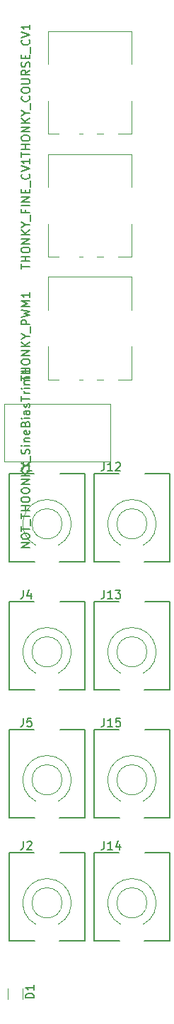
<source format=gbr>
%TF.GenerationSoftware,KiCad,Pcbnew,7.0.2*%
%TF.CreationDate,2023-06-26T14:18:18-04:00*%
%TF.ProjectId,as3340_no_mux,61733333-3430-45f6-9e6f-5f6d75782e6b,rev?*%
%TF.SameCoordinates,Original*%
%TF.FileFunction,Legend,Top*%
%TF.FilePolarity,Positive*%
%FSLAX46Y46*%
G04 Gerber Fmt 4.6, Leading zero omitted, Abs format (unit mm)*
G04 Created by KiCad (PCBNEW 7.0.2) date 2023-06-26 14:18:18*
%MOMM*%
%LPD*%
G01*
G04 APERTURE LIST*
%ADD10C,0.150000*%
%ADD11C,0.200000*%
%ADD12C,0.120000*%
%ADD13C,0.100000*%
G04 APERTURE END LIST*
D10*
%TO.C,J15*%
X189730476Y-112472619D02*
X189730476Y-113186904D01*
X189730476Y-113186904D02*
X189682857Y-113329761D01*
X189682857Y-113329761D02*
X189587619Y-113425000D01*
X189587619Y-113425000D02*
X189444762Y-113472619D01*
X189444762Y-113472619D02*
X189349524Y-113472619D01*
X190730476Y-113472619D02*
X190159048Y-113472619D01*
X190444762Y-113472619D02*
X190444762Y-112472619D01*
X190444762Y-112472619D02*
X190349524Y-112615476D01*
X190349524Y-112615476D02*
X190254286Y-112710714D01*
X190254286Y-112710714D02*
X190159048Y-112758333D01*
X191635238Y-112472619D02*
X191159048Y-112472619D01*
X191159048Y-112472619D02*
X191111429Y-112948809D01*
X191111429Y-112948809D02*
X191159048Y-112901190D01*
X191159048Y-112901190D02*
X191254286Y-112853571D01*
X191254286Y-112853571D02*
X191492381Y-112853571D01*
X191492381Y-112853571D02*
X191587619Y-112901190D01*
X191587619Y-112901190D02*
X191635238Y-112948809D01*
X191635238Y-112948809D02*
X191682857Y-113044047D01*
X191682857Y-113044047D02*
X191682857Y-113282142D01*
X191682857Y-113282142D02*
X191635238Y-113377380D01*
X191635238Y-113377380D02*
X191587619Y-113425000D01*
X191587619Y-113425000D02*
X191492381Y-113472619D01*
X191492381Y-113472619D02*
X191254286Y-113472619D01*
X191254286Y-113472619D02*
X191159048Y-113425000D01*
X191159048Y-113425000D02*
X191111429Y-113377380D01*
%TO.C,J1*%
X180046666Y-81992619D02*
X180046666Y-82706904D01*
X180046666Y-82706904D02*
X179999047Y-82849761D01*
X179999047Y-82849761D02*
X179903809Y-82945000D01*
X179903809Y-82945000D02*
X179760952Y-82992619D01*
X179760952Y-82992619D02*
X179665714Y-82992619D01*
X181046666Y-82992619D02*
X180475238Y-82992619D01*
X180760952Y-82992619D02*
X180760952Y-81992619D01*
X180760952Y-81992619D02*
X180665714Y-82135476D01*
X180665714Y-82135476D02*
X180570476Y-82230714D01*
X180570476Y-82230714D02*
X180475238Y-82278333D01*
%TO.C,J5*%
X180046666Y-112472619D02*
X180046666Y-113186904D01*
X180046666Y-113186904D02*
X179999047Y-113329761D01*
X179999047Y-113329761D02*
X179903809Y-113425000D01*
X179903809Y-113425000D02*
X179760952Y-113472619D01*
X179760952Y-113472619D02*
X179665714Y-113472619D01*
X180999047Y-112472619D02*
X180522857Y-112472619D01*
X180522857Y-112472619D02*
X180475238Y-112948809D01*
X180475238Y-112948809D02*
X180522857Y-112901190D01*
X180522857Y-112901190D02*
X180618095Y-112853571D01*
X180618095Y-112853571D02*
X180856190Y-112853571D01*
X180856190Y-112853571D02*
X180951428Y-112901190D01*
X180951428Y-112901190D02*
X180999047Y-112948809D01*
X180999047Y-112948809D02*
X181046666Y-113044047D01*
X181046666Y-113044047D02*
X181046666Y-113282142D01*
X181046666Y-113282142D02*
X180999047Y-113377380D01*
X180999047Y-113377380D02*
X180951428Y-113425000D01*
X180951428Y-113425000D02*
X180856190Y-113472619D01*
X180856190Y-113472619D02*
X180618095Y-113472619D01*
X180618095Y-113472619D02*
X180522857Y-113425000D01*
X180522857Y-113425000D02*
X180475238Y-113377380D01*
%TO.C,D1*%
X181310619Y-145772094D02*
X180310619Y-145772094D01*
X180310619Y-145772094D02*
X180310619Y-145533999D01*
X180310619Y-145533999D02*
X180358238Y-145391142D01*
X180358238Y-145391142D02*
X180453476Y-145295904D01*
X180453476Y-145295904D02*
X180548714Y-145248285D01*
X180548714Y-145248285D02*
X180739190Y-145200666D01*
X180739190Y-145200666D02*
X180882047Y-145200666D01*
X180882047Y-145200666D02*
X181072523Y-145248285D01*
X181072523Y-145248285D02*
X181167761Y-145295904D01*
X181167761Y-145295904D02*
X181263000Y-145391142D01*
X181263000Y-145391142D02*
X181310619Y-145533999D01*
X181310619Y-145533999D02*
X181310619Y-145772094D01*
X181310619Y-144248285D02*
X181310619Y-144819713D01*
X181310619Y-144533999D02*
X180310619Y-144533999D01*
X180310619Y-144533999D02*
X180453476Y-144629237D01*
X180453476Y-144629237D02*
X180548714Y-144724475D01*
X180548714Y-144724475D02*
X180596333Y-144819713D01*
%TO.C,J2*%
X180046666Y-127122619D02*
X180046666Y-127836904D01*
X180046666Y-127836904D02*
X179999047Y-127979761D01*
X179999047Y-127979761D02*
X179903809Y-128075000D01*
X179903809Y-128075000D02*
X179760952Y-128122619D01*
X179760952Y-128122619D02*
X179665714Y-128122619D01*
X180475238Y-127217857D02*
X180522857Y-127170238D01*
X180522857Y-127170238D02*
X180618095Y-127122619D01*
X180618095Y-127122619D02*
X180856190Y-127122619D01*
X180856190Y-127122619D02*
X180951428Y-127170238D01*
X180951428Y-127170238D02*
X180999047Y-127217857D01*
X180999047Y-127217857D02*
X181046666Y-127313095D01*
X181046666Y-127313095D02*
X181046666Y-127408333D01*
X181046666Y-127408333D02*
X180999047Y-127551190D01*
X180999047Y-127551190D02*
X180427619Y-128122619D01*
X180427619Y-128122619D02*
X181046666Y-128122619D01*
%TO.C,J12*%
X189730476Y-81992619D02*
X189730476Y-82706904D01*
X189730476Y-82706904D02*
X189682857Y-82849761D01*
X189682857Y-82849761D02*
X189587619Y-82945000D01*
X189587619Y-82945000D02*
X189444762Y-82992619D01*
X189444762Y-82992619D02*
X189349524Y-82992619D01*
X190730476Y-82992619D02*
X190159048Y-82992619D01*
X190444762Y-82992619D02*
X190444762Y-81992619D01*
X190444762Y-81992619D02*
X190349524Y-82135476D01*
X190349524Y-82135476D02*
X190254286Y-82230714D01*
X190254286Y-82230714D02*
X190159048Y-82278333D01*
X191111429Y-82087857D02*
X191159048Y-82040238D01*
X191159048Y-82040238D02*
X191254286Y-81992619D01*
X191254286Y-81992619D02*
X191492381Y-81992619D01*
X191492381Y-81992619D02*
X191587619Y-82040238D01*
X191587619Y-82040238D02*
X191635238Y-82087857D01*
X191635238Y-82087857D02*
X191682857Y-82183095D01*
X191682857Y-82183095D02*
X191682857Y-82278333D01*
X191682857Y-82278333D02*
X191635238Y-82421190D01*
X191635238Y-82421190D02*
X191063810Y-82992619D01*
X191063810Y-82992619D02*
X191682857Y-82992619D01*
%TO.C,THONKY_FINE_CV1*%
X179812619Y-58965237D02*
X179812619Y-58393809D01*
X180812619Y-58679523D02*
X179812619Y-58679523D01*
X180812619Y-58060475D02*
X179812619Y-58060475D01*
X180288809Y-58060475D02*
X180288809Y-57489047D01*
X180812619Y-57489047D02*
X179812619Y-57489047D01*
X179812619Y-56822380D02*
X179812619Y-56631904D01*
X179812619Y-56631904D02*
X179860238Y-56536666D01*
X179860238Y-56536666D02*
X179955476Y-56441428D01*
X179955476Y-56441428D02*
X180145952Y-56393809D01*
X180145952Y-56393809D02*
X180479285Y-56393809D01*
X180479285Y-56393809D02*
X180669761Y-56441428D01*
X180669761Y-56441428D02*
X180765000Y-56536666D01*
X180765000Y-56536666D02*
X180812619Y-56631904D01*
X180812619Y-56631904D02*
X180812619Y-56822380D01*
X180812619Y-56822380D02*
X180765000Y-56917618D01*
X180765000Y-56917618D02*
X180669761Y-57012856D01*
X180669761Y-57012856D02*
X180479285Y-57060475D01*
X180479285Y-57060475D02*
X180145952Y-57060475D01*
X180145952Y-57060475D02*
X179955476Y-57012856D01*
X179955476Y-57012856D02*
X179860238Y-56917618D01*
X179860238Y-56917618D02*
X179812619Y-56822380D01*
X180812619Y-55965237D02*
X179812619Y-55965237D01*
X179812619Y-55965237D02*
X180812619Y-55393809D01*
X180812619Y-55393809D02*
X179812619Y-55393809D01*
X180812619Y-54917618D02*
X179812619Y-54917618D01*
X180812619Y-54346190D02*
X180241190Y-54774761D01*
X179812619Y-54346190D02*
X180384047Y-54917618D01*
X180336428Y-53727142D02*
X180812619Y-53727142D01*
X179812619Y-54060475D02*
X180336428Y-53727142D01*
X180336428Y-53727142D02*
X179812619Y-53393809D01*
X180907857Y-53298571D02*
X180907857Y-52536666D01*
X180288809Y-51965237D02*
X180288809Y-52298570D01*
X180812619Y-52298570D02*
X179812619Y-52298570D01*
X179812619Y-52298570D02*
X179812619Y-51822380D01*
X180812619Y-51441427D02*
X179812619Y-51441427D01*
X180812619Y-50965237D02*
X179812619Y-50965237D01*
X179812619Y-50965237D02*
X180812619Y-50393809D01*
X180812619Y-50393809D02*
X179812619Y-50393809D01*
X180288809Y-49917618D02*
X180288809Y-49584285D01*
X180812619Y-49441428D02*
X180812619Y-49917618D01*
X180812619Y-49917618D02*
X179812619Y-49917618D01*
X179812619Y-49917618D02*
X179812619Y-49441428D01*
X180907857Y-49250952D02*
X180907857Y-48489047D01*
X180717380Y-47679523D02*
X180765000Y-47727142D01*
X180765000Y-47727142D02*
X180812619Y-47869999D01*
X180812619Y-47869999D02*
X180812619Y-47965237D01*
X180812619Y-47965237D02*
X180765000Y-48108094D01*
X180765000Y-48108094D02*
X180669761Y-48203332D01*
X180669761Y-48203332D02*
X180574523Y-48250951D01*
X180574523Y-48250951D02*
X180384047Y-48298570D01*
X180384047Y-48298570D02*
X180241190Y-48298570D01*
X180241190Y-48298570D02*
X180050714Y-48250951D01*
X180050714Y-48250951D02*
X179955476Y-48203332D01*
X179955476Y-48203332D02*
X179860238Y-48108094D01*
X179860238Y-48108094D02*
X179812619Y-47965237D01*
X179812619Y-47965237D02*
X179812619Y-47869999D01*
X179812619Y-47869999D02*
X179860238Y-47727142D01*
X179860238Y-47727142D02*
X179907857Y-47679523D01*
X179812619Y-47393808D02*
X180812619Y-47060475D01*
X180812619Y-47060475D02*
X179812619Y-46727142D01*
X180812619Y-45869999D02*
X180812619Y-46441427D01*
X180812619Y-46155713D02*
X179812619Y-46155713D01*
X179812619Y-46155713D02*
X179955476Y-46250951D01*
X179955476Y-46250951D02*
X180050714Y-46346189D01*
X180050714Y-46346189D02*
X180098333Y-46441427D01*
%TO.C,J13*%
X189730476Y-97232619D02*
X189730476Y-97946904D01*
X189730476Y-97946904D02*
X189682857Y-98089761D01*
X189682857Y-98089761D02*
X189587619Y-98185000D01*
X189587619Y-98185000D02*
X189444762Y-98232619D01*
X189444762Y-98232619D02*
X189349524Y-98232619D01*
X190730476Y-98232619D02*
X190159048Y-98232619D01*
X190444762Y-98232619D02*
X190444762Y-97232619D01*
X190444762Y-97232619D02*
X190349524Y-97375476D01*
X190349524Y-97375476D02*
X190254286Y-97470714D01*
X190254286Y-97470714D02*
X190159048Y-97518333D01*
X191063810Y-97232619D02*
X191682857Y-97232619D01*
X191682857Y-97232619D02*
X191349524Y-97613571D01*
X191349524Y-97613571D02*
X191492381Y-97613571D01*
X191492381Y-97613571D02*
X191587619Y-97661190D01*
X191587619Y-97661190D02*
X191635238Y-97708809D01*
X191635238Y-97708809D02*
X191682857Y-97804047D01*
X191682857Y-97804047D02*
X191682857Y-98042142D01*
X191682857Y-98042142D02*
X191635238Y-98137380D01*
X191635238Y-98137380D02*
X191587619Y-98185000D01*
X191587619Y-98185000D02*
X191492381Y-98232619D01*
X191492381Y-98232619D02*
X191206667Y-98232619D01*
X191206667Y-98232619D02*
X191111429Y-98185000D01*
X191111429Y-98185000D02*
X191063810Y-98137380D01*
%TO.C,J4*%
X180046666Y-97232619D02*
X180046666Y-97946904D01*
X180046666Y-97946904D02*
X179999047Y-98089761D01*
X179999047Y-98089761D02*
X179903809Y-98185000D01*
X179903809Y-98185000D02*
X179760952Y-98232619D01*
X179760952Y-98232619D02*
X179665714Y-98232619D01*
X180951428Y-97565952D02*
X180951428Y-98232619D01*
X180713333Y-97185000D02*
X180475238Y-97899285D01*
X180475238Y-97899285D02*
X181094285Y-97899285D01*
%TO.C,THONKY_COURSE_CV1*%
X179812619Y-45653571D02*
X179812619Y-45082143D01*
X180812619Y-45367857D02*
X179812619Y-45367857D01*
X180812619Y-44748809D02*
X179812619Y-44748809D01*
X180288809Y-44748809D02*
X180288809Y-44177381D01*
X180812619Y-44177381D02*
X179812619Y-44177381D01*
X179812619Y-43510714D02*
X179812619Y-43320238D01*
X179812619Y-43320238D02*
X179860238Y-43225000D01*
X179860238Y-43225000D02*
X179955476Y-43129762D01*
X179955476Y-43129762D02*
X180145952Y-43082143D01*
X180145952Y-43082143D02*
X180479285Y-43082143D01*
X180479285Y-43082143D02*
X180669761Y-43129762D01*
X180669761Y-43129762D02*
X180765000Y-43225000D01*
X180765000Y-43225000D02*
X180812619Y-43320238D01*
X180812619Y-43320238D02*
X180812619Y-43510714D01*
X180812619Y-43510714D02*
X180765000Y-43605952D01*
X180765000Y-43605952D02*
X180669761Y-43701190D01*
X180669761Y-43701190D02*
X180479285Y-43748809D01*
X180479285Y-43748809D02*
X180145952Y-43748809D01*
X180145952Y-43748809D02*
X179955476Y-43701190D01*
X179955476Y-43701190D02*
X179860238Y-43605952D01*
X179860238Y-43605952D02*
X179812619Y-43510714D01*
X180812619Y-42653571D02*
X179812619Y-42653571D01*
X179812619Y-42653571D02*
X180812619Y-42082143D01*
X180812619Y-42082143D02*
X179812619Y-42082143D01*
X180812619Y-41605952D02*
X179812619Y-41605952D01*
X180812619Y-41034524D02*
X180241190Y-41463095D01*
X179812619Y-41034524D02*
X180384047Y-41605952D01*
X180336428Y-40415476D02*
X180812619Y-40415476D01*
X179812619Y-40748809D02*
X180336428Y-40415476D01*
X180336428Y-40415476D02*
X179812619Y-40082143D01*
X180907857Y-39986905D02*
X180907857Y-39225000D01*
X180717380Y-38415476D02*
X180765000Y-38463095D01*
X180765000Y-38463095D02*
X180812619Y-38605952D01*
X180812619Y-38605952D02*
X180812619Y-38701190D01*
X180812619Y-38701190D02*
X180765000Y-38844047D01*
X180765000Y-38844047D02*
X180669761Y-38939285D01*
X180669761Y-38939285D02*
X180574523Y-38986904D01*
X180574523Y-38986904D02*
X180384047Y-39034523D01*
X180384047Y-39034523D02*
X180241190Y-39034523D01*
X180241190Y-39034523D02*
X180050714Y-38986904D01*
X180050714Y-38986904D02*
X179955476Y-38939285D01*
X179955476Y-38939285D02*
X179860238Y-38844047D01*
X179860238Y-38844047D02*
X179812619Y-38701190D01*
X179812619Y-38701190D02*
X179812619Y-38605952D01*
X179812619Y-38605952D02*
X179860238Y-38463095D01*
X179860238Y-38463095D02*
X179907857Y-38415476D01*
X179812619Y-37796428D02*
X179812619Y-37605952D01*
X179812619Y-37605952D02*
X179860238Y-37510714D01*
X179860238Y-37510714D02*
X179955476Y-37415476D01*
X179955476Y-37415476D02*
X180145952Y-37367857D01*
X180145952Y-37367857D02*
X180479285Y-37367857D01*
X180479285Y-37367857D02*
X180669761Y-37415476D01*
X180669761Y-37415476D02*
X180765000Y-37510714D01*
X180765000Y-37510714D02*
X180812619Y-37605952D01*
X180812619Y-37605952D02*
X180812619Y-37796428D01*
X180812619Y-37796428D02*
X180765000Y-37891666D01*
X180765000Y-37891666D02*
X180669761Y-37986904D01*
X180669761Y-37986904D02*
X180479285Y-38034523D01*
X180479285Y-38034523D02*
X180145952Y-38034523D01*
X180145952Y-38034523D02*
X179955476Y-37986904D01*
X179955476Y-37986904D02*
X179860238Y-37891666D01*
X179860238Y-37891666D02*
X179812619Y-37796428D01*
X179812619Y-36939285D02*
X180622142Y-36939285D01*
X180622142Y-36939285D02*
X180717380Y-36891666D01*
X180717380Y-36891666D02*
X180765000Y-36844047D01*
X180765000Y-36844047D02*
X180812619Y-36748809D01*
X180812619Y-36748809D02*
X180812619Y-36558333D01*
X180812619Y-36558333D02*
X180765000Y-36463095D01*
X180765000Y-36463095D02*
X180717380Y-36415476D01*
X180717380Y-36415476D02*
X180622142Y-36367857D01*
X180622142Y-36367857D02*
X179812619Y-36367857D01*
X180812619Y-35320238D02*
X180336428Y-35653571D01*
X180812619Y-35891666D02*
X179812619Y-35891666D01*
X179812619Y-35891666D02*
X179812619Y-35510714D01*
X179812619Y-35510714D02*
X179860238Y-35415476D01*
X179860238Y-35415476D02*
X179907857Y-35367857D01*
X179907857Y-35367857D02*
X180003095Y-35320238D01*
X180003095Y-35320238D02*
X180145952Y-35320238D01*
X180145952Y-35320238D02*
X180241190Y-35367857D01*
X180241190Y-35367857D02*
X180288809Y-35415476D01*
X180288809Y-35415476D02*
X180336428Y-35510714D01*
X180336428Y-35510714D02*
X180336428Y-35891666D01*
X180765000Y-34939285D02*
X180812619Y-34796428D01*
X180812619Y-34796428D02*
X180812619Y-34558333D01*
X180812619Y-34558333D02*
X180765000Y-34463095D01*
X180765000Y-34463095D02*
X180717380Y-34415476D01*
X180717380Y-34415476D02*
X180622142Y-34367857D01*
X180622142Y-34367857D02*
X180526904Y-34367857D01*
X180526904Y-34367857D02*
X180431666Y-34415476D01*
X180431666Y-34415476D02*
X180384047Y-34463095D01*
X180384047Y-34463095D02*
X180336428Y-34558333D01*
X180336428Y-34558333D02*
X180288809Y-34748809D01*
X180288809Y-34748809D02*
X180241190Y-34844047D01*
X180241190Y-34844047D02*
X180193571Y-34891666D01*
X180193571Y-34891666D02*
X180098333Y-34939285D01*
X180098333Y-34939285D02*
X180003095Y-34939285D01*
X180003095Y-34939285D02*
X179907857Y-34891666D01*
X179907857Y-34891666D02*
X179860238Y-34844047D01*
X179860238Y-34844047D02*
X179812619Y-34748809D01*
X179812619Y-34748809D02*
X179812619Y-34510714D01*
X179812619Y-34510714D02*
X179860238Y-34367857D01*
X180288809Y-33939285D02*
X180288809Y-33605952D01*
X180812619Y-33463095D02*
X180812619Y-33939285D01*
X180812619Y-33939285D02*
X179812619Y-33939285D01*
X179812619Y-33939285D02*
X179812619Y-33463095D01*
X180907857Y-33272619D02*
X180907857Y-32510714D01*
X180717380Y-31701190D02*
X180765000Y-31748809D01*
X180765000Y-31748809D02*
X180812619Y-31891666D01*
X180812619Y-31891666D02*
X180812619Y-31986904D01*
X180812619Y-31986904D02*
X180765000Y-32129761D01*
X180765000Y-32129761D02*
X180669761Y-32224999D01*
X180669761Y-32224999D02*
X180574523Y-32272618D01*
X180574523Y-32272618D02*
X180384047Y-32320237D01*
X180384047Y-32320237D02*
X180241190Y-32320237D01*
X180241190Y-32320237D02*
X180050714Y-32272618D01*
X180050714Y-32272618D02*
X179955476Y-32224999D01*
X179955476Y-32224999D02*
X179860238Y-32129761D01*
X179860238Y-32129761D02*
X179812619Y-31986904D01*
X179812619Y-31986904D02*
X179812619Y-31891666D01*
X179812619Y-31891666D02*
X179860238Y-31748809D01*
X179860238Y-31748809D02*
X179907857Y-31701190D01*
X179812619Y-31415475D02*
X180812619Y-31082142D01*
X180812619Y-31082142D02*
X179812619Y-30748809D01*
X180812619Y-29891666D02*
X180812619Y-30463094D01*
X180812619Y-30177380D02*
X179812619Y-30177380D01*
X179812619Y-30177380D02*
X179955476Y-30272618D01*
X179955476Y-30272618D02*
X180050714Y-30367856D01*
X180050714Y-30367856D02*
X180098333Y-30463094D01*
%TO.C,THONKY_PWM1*%
X179817619Y-72275713D02*
X179817619Y-71704285D01*
X180817619Y-71989999D02*
X179817619Y-71989999D01*
X180817619Y-71370951D02*
X179817619Y-71370951D01*
X180293809Y-71370951D02*
X180293809Y-70799523D01*
X180817619Y-70799523D02*
X179817619Y-70799523D01*
X179817619Y-70132856D02*
X179817619Y-69942380D01*
X179817619Y-69942380D02*
X179865238Y-69847142D01*
X179865238Y-69847142D02*
X179960476Y-69751904D01*
X179960476Y-69751904D02*
X180150952Y-69704285D01*
X180150952Y-69704285D02*
X180484285Y-69704285D01*
X180484285Y-69704285D02*
X180674761Y-69751904D01*
X180674761Y-69751904D02*
X180770000Y-69847142D01*
X180770000Y-69847142D02*
X180817619Y-69942380D01*
X180817619Y-69942380D02*
X180817619Y-70132856D01*
X180817619Y-70132856D02*
X180770000Y-70228094D01*
X180770000Y-70228094D02*
X180674761Y-70323332D01*
X180674761Y-70323332D02*
X180484285Y-70370951D01*
X180484285Y-70370951D02*
X180150952Y-70370951D01*
X180150952Y-70370951D02*
X179960476Y-70323332D01*
X179960476Y-70323332D02*
X179865238Y-70228094D01*
X179865238Y-70228094D02*
X179817619Y-70132856D01*
X180817619Y-69275713D02*
X179817619Y-69275713D01*
X179817619Y-69275713D02*
X180817619Y-68704285D01*
X180817619Y-68704285D02*
X179817619Y-68704285D01*
X180817619Y-68228094D02*
X179817619Y-68228094D01*
X180817619Y-67656666D02*
X180246190Y-68085237D01*
X179817619Y-67656666D02*
X180389047Y-68228094D01*
X180341428Y-67037618D02*
X180817619Y-67037618D01*
X179817619Y-67370951D02*
X180341428Y-67037618D01*
X180341428Y-67037618D02*
X179817619Y-66704285D01*
X180912857Y-66609047D02*
X180912857Y-65847142D01*
X180817619Y-65609046D02*
X179817619Y-65609046D01*
X179817619Y-65609046D02*
X179817619Y-65228094D01*
X179817619Y-65228094D02*
X179865238Y-65132856D01*
X179865238Y-65132856D02*
X179912857Y-65085237D01*
X179912857Y-65085237D02*
X180008095Y-65037618D01*
X180008095Y-65037618D02*
X180150952Y-65037618D01*
X180150952Y-65037618D02*
X180246190Y-65085237D01*
X180246190Y-65085237D02*
X180293809Y-65132856D01*
X180293809Y-65132856D02*
X180341428Y-65228094D01*
X180341428Y-65228094D02*
X180341428Y-65609046D01*
X179817619Y-64704284D02*
X180817619Y-64466189D01*
X180817619Y-64466189D02*
X180103333Y-64275713D01*
X180103333Y-64275713D02*
X180817619Y-64085237D01*
X180817619Y-64085237D02*
X179817619Y-63847142D01*
X180817619Y-63466189D02*
X179817619Y-63466189D01*
X179817619Y-63466189D02*
X180531904Y-63132856D01*
X180531904Y-63132856D02*
X179817619Y-62799523D01*
X179817619Y-62799523D02*
X180817619Y-62799523D01*
X180817619Y-61799523D02*
X180817619Y-62370951D01*
X180817619Y-62085237D02*
X179817619Y-62085237D01*
X179817619Y-62085237D02*
X179960476Y-62180475D01*
X179960476Y-62180475D02*
X180055714Y-62275713D01*
X180055714Y-62275713D02*
X180103333Y-62370951D01*
%TO.C,J14*%
X189730476Y-127122619D02*
X189730476Y-127836904D01*
X189730476Y-127836904D02*
X189682857Y-127979761D01*
X189682857Y-127979761D02*
X189587619Y-128075000D01*
X189587619Y-128075000D02*
X189444762Y-128122619D01*
X189444762Y-128122619D02*
X189349524Y-128122619D01*
X190730476Y-128122619D02*
X190159048Y-128122619D01*
X190444762Y-128122619D02*
X190444762Y-127122619D01*
X190444762Y-127122619D02*
X190349524Y-127265476D01*
X190349524Y-127265476D02*
X190254286Y-127360714D01*
X190254286Y-127360714D02*
X190159048Y-127408333D01*
X191587619Y-127455952D02*
X191587619Y-128122619D01*
X191349524Y-127075000D02*
X191111429Y-127789285D01*
X191111429Y-127789285D02*
X191730476Y-127789285D01*
%TO.C,NOT_THOONKY_SineBiasTrim1*%
X180802619Y-92153047D02*
X179802619Y-92153047D01*
X179802619Y-92153047D02*
X180802619Y-91581619D01*
X180802619Y-91581619D02*
X179802619Y-91581619D01*
X179802619Y-90914952D02*
X179802619Y-90724476D01*
X179802619Y-90724476D02*
X179850238Y-90629238D01*
X179850238Y-90629238D02*
X179945476Y-90534000D01*
X179945476Y-90534000D02*
X180135952Y-90486381D01*
X180135952Y-90486381D02*
X180469285Y-90486381D01*
X180469285Y-90486381D02*
X180659761Y-90534000D01*
X180659761Y-90534000D02*
X180755000Y-90629238D01*
X180755000Y-90629238D02*
X180802619Y-90724476D01*
X180802619Y-90724476D02*
X180802619Y-90914952D01*
X180802619Y-90914952D02*
X180755000Y-91010190D01*
X180755000Y-91010190D02*
X180659761Y-91105428D01*
X180659761Y-91105428D02*
X180469285Y-91153047D01*
X180469285Y-91153047D02*
X180135952Y-91153047D01*
X180135952Y-91153047D02*
X179945476Y-91105428D01*
X179945476Y-91105428D02*
X179850238Y-91010190D01*
X179850238Y-91010190D02*
X179802619Y-90914952D01*
X179802619Y-90200666D02*
X179802619Y-89629238D01*
X180802619Y-89914952D02*
X179802619Y-89914952D01*
X180897857Y-89534000D02*
X180897857Y-88772095D01*
X179802619Y-88676856D02*
X179802619Y-88105428D01*
X180802619Y-88391142D02*
X179802619Y-88391142D01*
X180802619Y-87772094D02*
X179802619Y-87772094D01*
X180278809Y-87772094D02*
X180278809Y-87200666D01*
X180802619Y-87200666D02*
X179802619Y-87200666D01*
X179802619Y-86533999D02*
X179802619Y-86343523D01*
X179802619Y-86343523D02*
X179850238Y-86248285D01*
X179850238Y-86248285D02*
X179945476Y-86153047D01*
X179945476Y-86153047D02*
X180135952Y-86105428D01*
X180135952Y-86105428D02*
X180469285Y-86105428D01*
X180469285Y-86105428D02*
X180659761Y-86153047D01*
X180659761Y-86153047D02*
X180755000Y-86248285D01*
X180755000Y-86248285D02*
X180802619Y-86343523D01*
X180802619Y-86343523D02*
X180802619Y-86533999D01*
X180802619Y-86533999D02*
X180755000Y-86629237D01*
X180755000Y-86629237D02*
X180659761Y-86724475D01*
X180659761Y-86724475D02*
X180469285Y-86772094D01*
X180469285Y-86772094D02*
X180135952Y-86772094D01*
X180135952Y-86772094D02*
X179945476Y-86724475D01*
X179945476Y-86724475D02*
X179850238Y-86629237D01*
X179850238Y-86629237D02*
X179802619Y-86533999D01*
X179802619Y-85486380D02*
X179802619Y-85295904D01*
X179802619Y-85295904D02*
X179850238Y-85200666D01*
X179850238Y-85200666D02*
X179945476Y-85105428D01*
X179945476Y-85105428D02*
X180135952Y-85057809D01*
X180135952Y-85057809D02*
X180469285Y-85057809D01*
X180469285Y-85057809D02*
X180659761Y-85105428D01*
X180659761Y-85105428D02*
X180755000Y-85200666D01*
X180755000Y-85200666D02*
X180802619Y-85295904D01*
X180802619Y-85295904D02*
X180802619Y-85486380D01*
X180802619Y-85486380D02*
X180755000Y-85581618D01*
X180755000Y-85581618D02*
X180659761Y-85676856D01*
X180659761Y-85676856D02*
X180469285Y-85724475D01*
X180469285Y-85724475D02*
X180135952Y-85724475D01*
X180135952Y-85724475D02*
X179945476Y-85676856D01*
X179945476Y-85676856D02*
X179850238Y-85581618D01*
X179850238Y-85581618D02*
X179802619Y-85486380D01*
X180802619Y-84629237D02*
X179802619Y-84629237D01*
X179802619Y-84629237D02*
X180802619Y-84057809D01*
X180802619Y-84057809D02*
X179802619Y-84057809D01*
X180802619Y-83581618D02*
X179802619Y-83581618D01*
X180802619Y-83010190D02*
X180231190Y-83438761D01*
X179802619Y-83010190D02*
X180374047Y-83581618D01*
X180326428Y-82391142D02*
X180802619Y-82391142D01*
X179802619Y-82724475D02*
X180326428Y-82391142D01*
X180326428Y-82391142D02*
X179802619Y-82057809D01*
X180897857Y-81962571D02*
X180897857Y-81200666D01*
X180755000Y-81010189D02*
X180802619Y-80867332D01*
X180802619Y-80867332D02*
X180802619Y-80629237D01*
X180802619Y-80629237D02*
X180755000Y-80533999D01*
X180755000Y-80533999D02*
X180707380Y-80486380D01*
X180707380Y-80486380D02*
X180612142Y-80438761D01*
X180612142Y-80438761D02*
X180516904Y-80438761D01*
X180516904Y-80438761D02*
X180421666Y-80486380D01*
X180421666Y-80486380D02*
X180374047Y-80533999D01*
X180374047Y-80533999D02*
X180326428Y-80629237D01*
X180326428Y-80629237D02*
X180278809Y-80819713D01*
X180278809Y-80819713D02*
X180231190Y-80914951D01*
X180231190Y-80914951D02*
X180183571Y-80962570D01*
X180183571Y-80962570D02*
X180088333Y-81010189D01*
X180088333Y-81010189D02*
X179993095Y-81010189D01*
X179993095Y-81010189D02*
X179897857Y-80962570D01*
X179897857Y-80962570D02*
X179850238Y-80914951D01*
X179850238Y-80914951D02*
X179802619Y-80819713D01*
X179802619Y-80819713D02*
X179802619Y-80581618D01*
X179802619Y-80581618D02*
X179850238Y-80438761D01*
X180802619Y-80010189D02*
X180135952Y-80010189D01*
X179802619Y-80010189D02*
X179850238Y-80057808D01*
X179850238Y-80057808D02*
X179897857Y-80010189D01*
X179897857Y-80010189D02*
X179850238Y-79962570D01*
X179850238Y-79962570D02*
X179802619Y-80010189D01*
X179802619Y-80010189D02*
X179897857Y-80010189D01*
X180135952Y-79533999D02*
X180802619Y-79533999D01*
X180231190Y-79533999D02*
X180183571Y-79486380D01*
X180183571Y-79486380D02*
X180135952Y-79391142D01*
X180135952Y-79391142D02*
X180135952Y-79248285D01*
X180135952Y-79248285D02*
X180183571Y-79153047D01*
X180183571Y-79153047D02*
X180278809Y-79105428D01*
X180278809Y-79105428D02*
X180802619Y-79105428D01*
X180755000Y-78248285D02*
X180802619Y-78343523D01*
X180802619Y-78343523D02*
X180802619Y-78533999D01*
X180802619Y-78533999D02*
X180755000Y-78629237D01*
X180755000Y-78629237D02*
X180659761Y-78676856D01*
X180659761Y-78676856D02*
X180278809Y-78676856D01*
X180278809Y-78676856D02*
X180183571Y-78629237D01*
X180183571Y-78629237D02*
X180135952Y-78533999D01*
X180135952Y-78533999D02*
X180135952Y-78343523D01*
X180135952Y-78343523D02*
X180183571Y-78248285D01*
X180183571Y-78248285D02*
X180278809Y-78200666D01*
X180278809Y-78200666D02*
X180374047Y-78200666D01*
X180374047Y-78200666D02*
X180469285Y-78676856D01*
X180278809Y-77438761D02*
X180326428Y-77295904D01*
X180326428Y-77295904D02*
X180374047Y-77248285D01*
X180374047Y-77248285D02*
X180469285Y-77200666D01*
X180469285Y-77200666D02*
X180612142Y-77200666D01*
X180612142Y-77200666D02*
X180707380Y-77248285D01*
X180707380Y-77248285D02*
X180755000Y-77295904D01*
X180755000Y-77295904D02*
X180802619Y-77391142D01*
X180802619Y-77391142D02*
X180802619Y-77772094D01*
X180802619Y-77772094D02*
X179802619Y-77772094D01*
X179802619Y-77772094D02*
X179802619Y-77438761D01*
X179802619Y-77438761D02*
X179850238Y-77343523D01*
X179850238Y-77343523D02*
X179897857Y-77295904D01*
X179897857Y-77295904D02*
X179993095Y-77248285D01*
X179993095Y-77248285D02*
X180088333Y-77248285D01*
X180088333Y-77248285D02*
X180183571Y-77295904D01*
X180183571Y-77295904D02*
X180231190Y-77343523D01*
X180231190Y-77343523D02*
X180278809Y-77438761D01*
X180278809Y-77438761D02*
X180278809Y-77772094D01*
X180802619Y-76772094D02*
X180135952Y-76772094D01*
X179802619Y-76772094D02*
X179850238Y-76819713D01*
X179850238Y-76819713D02*
X179897857Y-76772094D01*
X179897857Y-76772094D02*
X179850238Y-76724475D01*
X179850238Y-76724475D02*
X179802619Y-76772094D01*
X179802619Y-76772094D02*
X179897857Y-76772094D01*
X180802619Y-75867333D02*
X180278809Y-75867333D01*
X180278809Y-75867333D02*
X180183571Y-75914952D01*
X180183571Y-75914952D02*
X180135952Y-76010190D01*
X180135952Y-76010190D02*
X180135952Y-76200666D01*
X180135952Y-76200666D02*
X180183571Y-76295904D01*
X180755000Y-75867333D02*
X180802619Y-75962571D01*
X180802619Y-75962571D02*
X180802619Y-76200666D01*
X180802619Y-76200666D02*
X180755000Y-76295904D01*
X180755000Y-76295904D02*
X180659761Y-76343523D01*
X180659761Y-76343523D02*
X180564523Y-76343523D01*
X180564523Y-76343523D02*
X180469285Y-76295904D01*
X180469285Y-76295904D02*
X180421666Y-76200666D01*
X180421666Y-76200666D02*
X180421666Y-75962571D01*
X180421666Y-75962571D02*
X180374047Y-75867333D01*
X180755000Y-75438761D02*
X180802619Y-75343523D01*
X180802619Y-75343523D02*
X180802619Y-75153047D01*
X180802619Y-75153047D02*
X180755000Y-75057809D01*
X180755000Y-75057809D02*
X180659761Y-75010190D01*
X180659761Y-75010190D02*
X180612142Y-75010190D01*
X180612142Y-75010190D02*
X180516904Y-75057809D01*
X180516904Y-75057809D02*
X180469285Y-75153047D01*
X180469285Y-75153047D02*
X180469285Y-75295904D01*
X180469285Y-75295904D02*
X180421666Y-75391142D01*
X180421666Y-75391142D02*
X180326428Y-75438761D01*
X180326428Y-75438761D02*
X180278809Y-75438761D01*
X180278809Y-75438761D02*
X180183571Y-75391142D01*
X180183571Y-75391142D02*
X180135952Y-75295904D01*
X180135952Y-75295904D02*
X180135952Y-75153047D01*
X180135952Y-75153047D02*
X180183571Y-75057809D01*
X179802619Y-74724475D02*
X179802619Y-74153047D01*
X180802619Y-74438761D02*
X179802619Y-74438761D01*
X180802619Y-73819713D02*
X180135952Y-73819713D01*
X180326428Y-73819713D02*
X180231190Y-73772094D01*
X180231190Y-73772094D02*
X180183571Y-73724475D01*
X180183571Y-73724475D02*
X180135952Y-73629237D01*
X180135952Y-73629237D02*
X180135952Y-73533999D01*
X180802619Y-73200665D02*
X180135952Y-73200665D01*
X179802619Y-73200665D02*
X179850238Y-73248284D01*
X179850238Y-73248284D02*
X179897857Y-73200665D01*
X179897857Y-73200665D02*
X179850238Y-73153046D01*
X179850238Y-73153046D02*
X179802619Y-73200665D01*
X179802619Y-73200665D02*
X179897857Y-73200665D01*
X180802619Y-72724475D02*
X180135952Y-72724475D01*
X180231190Y-72724475D02*
X180183571Y-72676856D01*
X180183571Y-72676856D02*
X180135952Y-72581618D01*
X180135952Y-72581618D02*
X180135952Y-72438761D01*
X180135952Y-72438761D02*
X180183571Y-72343523D01*
X180183571Y-72343523D02*
X180278809Y-72295904D01*
X180278809Y-72295904D02*
X180802619Y-72295904D01*
X180278809Y-72295904D02*
X180183571Y-72248285D01*
X180183571Y-72248285D02*
X180135952Y-72153047D01*
X180135952Y-72153047D02*
X180135952Y-72010190D01*
X180135952Y-72010190D02*
X180183571Y-71914951D01*
X180183571Y-71914951D02*
X180278809Y-71867332D01*
X180278809Y-71867332D02*
X180802619Y-71867332D01*
X180802619Y-70867333D02*
X180802619Y-71438761D01*
X180802619Y-71153047D02*
X179802619Y-71153047D01*
X179802619Y-71153047D02*
X179945476Y-71248285D01*
X179945476Y-71248285D02*
X180040714Y-71343523D01*
X180040714Y-71343523D02*
X180088333Y-71438761D01*
D11*
%TO.C,J15*%
X188540000Y-113810000D02*
X191440000Y-113810000D01*
X188540000Y-124310000D02*
X188540000Y-113810000D01*
X188540000Y-124310000D02*
X191540000Y-124310000D01*
X194540000Y-124310000D02*
X197540000Y-124310000D01*
X194640000Y-113810000D02*
X197540000Y-113810000D01*
X197540000Y-124310000D02*
X197540000Y-113810000D01*
D12*
X193040000Y-116915000D02*
G75*
G03*
X191743737Y-122398576I0J-2895000D01*
G01*
X194336263Y-122398576D02*
G75*
G03*
X193040000Y-116915000I-1296263J2588576D01*
G01*
X194840000Y-119810000D02*
G75*
G03*
X194840000Y-119810000I-1800000J0D01*
G01*
D11*
%TO.C,J1*%
X178380000Y-83330000D02*
X181280000Y-83330000D01*
X178380000Y-93830000D02*
X178380000Y-83330000D01*
X178380000Y-93830000D02*
X181380000Y-93830000D01*
X184380000Y-93830000D02*
X187380000Y-93830000D01*
X184480000Y-83330000D02*
X187380000Y-83330000D01*
X187380000Y-93830000D02*
X187380000Y-83330000D01*
D12*
X182880000Y-86435000D02*
G75*
G03*
X181583737Y-91918576I0J-2895000D01*
G01*
X184176263Y-91918576D02*
G75*
G03*
X182880000Y-86435000I-1296263J2588576D01*
G01*
X184680000Y-89330000D02*
G75*
G03*
X184680000Y-89330000I-1800000J0D01*
G01*
D11*
%TO.C,J5*%
X178380000Y-113810000D02*
X181280000Y-113810000D01*
X178380000Y-124310000D02*
X178380000Y-113810000D01*
X178380000Y-124310000D02*
X181380000Y-124310000D01*
X184380000Y-124310000D02*
X187380000Y-124310000D01*
X184480000Y-113810000D02*
X187380000Y-113810000D01*
X187380000Y-124310000D02*
X187380000Y-113810000D01*
D12*
X182880000Y-116915000D02*
G75*
G03*
X181583737Y-122398576I0J-2895000D01*
G01*
X184176263Y-122398576D02*
G75*
G03*
X182880000Y-116915000I-1296263J2588576D01*
G01*
X184680000Y-119810000D02*
G75*
G03*
X184680000Y-119810000I-1800000J0D01*
G01*
%TO.C,D1*%
X178150000Y-145917000D02*
X178150000Y-144659000D01*
X179990000Y-145917000D02*
X179990000Y-144659000D01*
D11*
%TO.C,J2*%
X178380000Y-128460000D02*
X181280000Y-128460000D01*
X178380000Y-138960000D02*
X178380000Y-128460000D01*
X178380000Y-138960000D02*
X181380000Y-138960000D01*
X184380000Y-138960000D02*
X187380000Y-138960000D01*
X184480000Y-128460000D02*
X187380000Y-128460000D01*
X187380000Y-138960000D02*
X187380000Y-128460000D01*
D12*
X182880000Y-131565000D02*
G75*
G03*
X181583737Y-137048576I0J-2895000D01*
G01*
X184176263Y-137048576D02*
G75*
G03*
X182880000Y-131565000I-1296263J2588576D01*
G01*
X184680000Y-134460000D02*
G75*
G03*
X184680000Y-134460000I-1800000J0D01*
G01*
D11*
%TO.C,J12*%
X188540000Y-83330000D02*
X191440000Y-83330000D01*
X188540000Y-93830000D02*
X188540000Y-83330000D01*
X188540000Y-93830000D02*
X191540000Y-93830000D01*
X194540000Y-93830000D02*
X197540000Y-93830000D01*
X194640000Y-83330000D02*
X197540000Y-83330000D01*
X197540000Y-93830000D02*
X197540000Y-83330000D01*
D12*
X193040000Y-86435000D02*
G75*
G03*
X191743737Y-91918576I0J-2895000D01*
G01*
X194336263Y-91918576D02*
G75*
G03*
X193040000Y-86435000I-1296263J2588576D01*
G01*
X194840000Y-89330000D02*
G75*
G03*
X194840000Y-89330000I-1800000J0D01*
G01*
%TO.C,THONKY_FINE_CV1*%
X182979000Y-57540000D02*
X184300000Y-57540000D01*
X182979000Y-57540000D02*
X182979000Y-53603000D01*
X186750000Y-57540000D02*
X187130000Y-57540000D01*
X188871000Y-57540000D02*
X189630000Y-57540000D01*
X191370000Y-57540000D02*
X193020000Y-57540000D01*
X193020000Y-57540000D02*
X193020000Y-53603000D01*
X182979000Y-49236000D02*
X182979000Y-45300000D01*
X193020000Y-49236000D02*
X193020000Y-45300000D01*
X182979000Y-45300000D02*
X193020000Y-45300000D01*
D13*
%TO.C,SW1*%
X177799000Y-75055000D02*
X190499000Y-75055000D01*
X190499000Y-75055000D02*
X190499000Y-81915000D01*
X190499000Y-81915000D02*
X177799000Y-81915000D01*
X177799000Y-81915000D02*
X177799000Y-75055000D01*
D11*
%TO.C,J13*%
X188540000Y-98570000D02*
X191440000Y-98570000D01*
X188540000Y-109070000D02*
X188540000Y-98570000D01*
X188540000Y-109070000D02*
X191540000Y-109070000D01*
X194540000Y-109070000D02*
X197540000Y-109070000D01*
X194640000Y-98570000D02*
X197540000Y-98570000D01*
X197540000Y-109070000D02*
X197540000Y-98570000D01*
D12*
X193040000Y-101675000D02*
G75*
G03*
X191743737Y-107158576I0J-2895000D01*
G01*
X194336263Y-107158576D02*
G75*
G03*
X193040000Y-101675000I-1296263J2588576D01*
G01*
X194840000Y-104570000D02*
G75*
G03*
X194840000Y-104570000I-1800000J0D01*
G01*
D11*
%TO.C,J4*%
X178380000Y-98570000D02*
X181280000Y-98570000D01*
X178380000Y-109070000D02*
X178380000Y-98570000D01*
X178380000Y-109070000D02*
X181380000Y-109070000D01*
X184380000Y-109070000D02*
X187380000Y-109070000D01*
X184480000Y-98570000D02*
X187380000Y-98570000D01*
X187380000Y-109070000D02*
X187380000Y-98570000D01*
D12*
X182880000Y-101675000D02*
G75*
G03*
X181583737Y-107158576I0J-2895000D01*
G01*
X184176263Y-107158576D02*
G75*
G03*
X182880000Y-101675000I-1296263J2588576D01*
G01*
X184680000Y-104570000D02*
G75*
G03*
X184680000Y-104570000I-1800000J0D01*
G01*
%TO.C,THONKY_COURSE_CV1*%
X182979000Y-42895000D02*
X184300000Y-42895000D01*
X182979000Y-42895000D02*
X182979000Y-38958000D01*
X186750000Y-42895000D02*
X187130000Y-42895000D01*
X188871000Y-42895000D02*
X189630000Y-42895000D01*
X191370000Y-42895000D02*
X193020000Y-42895000D01*
X193020000Y-42895000D02*
X193020000Y-38958000D01*
X182979000Y-34591000D02*
X182979000Y-30655000D01*
X193020000Y-34591000D02*
X193020000Y-30655000D01*
X182979000Y-30655000D02*
X193020000Y-30655000D01*
%TO.C,THONKY_PWM1*%
X182984000Y-72160000D02*
X184305000Y-72160000D01*
X182984000Y-72160000D02*
X182984000Y-68223000D01*
X186755000Y-72160000D02*
X187135000Y-72160000D01*
X188876000Y-72160000D02*
X189635000Y-72160000D01*
X191375000Y-72160000D02*
X193025000Y-72160000D01*
X193025000Y-72160000D02*
X193025000Y-68223000D01*
X182984000Y-63856000D02*
X182984000Y-59920000D01*
X193025000Y-63856000D02*
X193025000Y-59920000D01*
X182984000Y-59920000D02*
X193025000Y-59920000D01*
D11*
%TO.C,J14*%
X188540000Y-128460000D02*
X191440000Y-128460000D01*
X188540000Y-138960000D02*
X188540000Y-128460000D01*
X188540000Y-138960000D02*
X191540000Y-138960000D01*
X194540000Y-138960000D02*
X197540000Y-138960000D01*
X194640000Y-128460000D02*
X197540000Y-128460000D01*
X197540000Y-138960000D02*
X197540000Y-128460000D01*
D12*
X193040000Y-131565000D02*
G75*
G03*
X191743737Y-137048576I0J-2895000D01*
G01*
X194336263Y-137048576D02*
G75*
G03*
X193040000Y-131565000I-1296263J2588576D01*
G01*
X194840000Y-134460000D02*
G75*
G03*
X194840000Y-134460000I-1800000J0D01*
G01*
%TD*%
M02*

</source>
